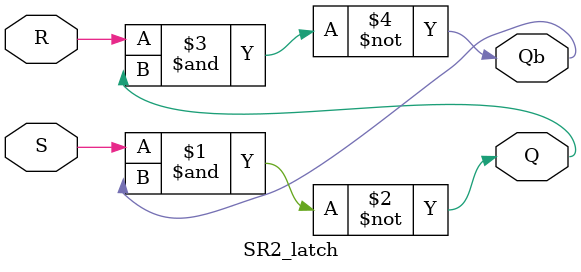
<source format=v>
`timescale 1ns/1ns
module SR2_latch(input S, R, output Q, Qb);

	nand #8 N1(Q, S, Qb);
	nand #8 N2(Qb, R, Q);

endmodule
</source>
